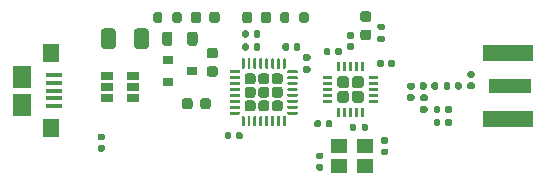
<source format=gbr>
%TF.GenerationSoftware,KiCad,Pcbnew,(5.1.9)-1*%
%TF.CreationDate,2021-11-01T00:10:38+05:30*%
%TF.ProjectId,STM32-nRF24,53544d33-322d-46e5-9246-32342e6b6963,Rev. A*%
%TF.SameCoordinates,Original*%
%TF.FileFunction,Paste,Top*%
%TF.FilePolarity,Positive*%
%FSLAX46Y46*%
G04 Gerber Fmt 4.6, Leading zero omitted, Abs format (unit mm)*
G04 Created by KiCad (PCBNEW (5.1.9)-1) date 2021-11-01 00:10:38*
%MOMM*%
%LPD*%
G01*
G04 APERTURE LIST*
%ADD10R,1.350000X0.400000*%
%ADD11R,1.400000X1.600000*%
%ADD12R,1.600000X1.900000*%
%ADD13R,3.600000X1.270000*%
%ADD14R,4.200000X1.350000*%
%ADD15R,0.900000X0.800000*%
%ADD16R,1.060000X0.650000*%
%ADD17R,1.400000X1.200000*%
G04 APERTURE END LIST*
%TO.C,C1*%
G36*
G01*
X100400000Y-159525000D02*
X99900000Y-159525000D01*
G75*
G02*
X99675000Y-159300000I0J225000D01*
G01*
X99675000Y-158850000D01*
G75*
G02*
X99900000Y-158625000I225000J0D01*
G01*
X100400000Y-158625000D01*
G75*
G02*
X100625000Y-158850000I0J-225000D01*
G01*
X100625000Y-159300000D01*
G75*
G02*
X100400000Y-159525000I-225000J0D01*
G01*
G37*
G36*
G01*
X100400000Y-157975000D02*
X99900000Y-157975000D01*
G75*
G02*
X99675000Y-157750000I0J225000D01*
G01*
X99675000Y-157300000D01*
G75*
G02*
X99900000Y-157075000I225000J0D01*
G01*
X100400000Y-157075000D01*
G75*
G02*
X100625000Y-157300000I0J-225000D01*
G01*
X100625000Y-157750000D01*
G75*
G02*
X100400000Y-157975000I-225000J0D01*
G01*
G37*
%TD*%
%TO.C,C2*%
G36*
G01*
X97575000Y-162050000D02*
X97575000Y-161550000D01*
G75*
G02*
X97800000Y-161325000I225000J0D01*
G01*
X98250000Y-161325000D01*
G75*
G02*
X98475000Y-161550000I0J-225000D01*
G01*
X98475000Y-162050000D01*
G75*
G02*
X98250000Y-162275000I-225000J0D01*
G01*
X97800000Y-162275000D01*
G75*
G02*
X97575000Y-162050000I0J225000D01*
G01*
G37*
G36*
G01*
X99125000Y-162050000D02*
X99125000Y-161550000D01*
G75*
G02*
X99350000Y-161325000I225000J0D01*
G01*
X99800000Y-161325000D01*
G75*
G02*
X100025000Y-161550000I0J-225000D01*
G01*
X100025000Y-162050000D01*
G75*
G02*
X99800000Y-162275000I-225000J0D01*
G01*
X99350000Y-162275000D01*
G75*
G02*
X99125000Y-162050000I0J225000D01*
G01*
G37*
%TD*%
%TO.C,C3*%
G36*
G01*
X90920000Y-164900000D02*
X90580000Y-164900000D01*
G75*
G02*
X90440000Y-164760000I0J140000D01*
G01*
X90440000Y-164480000D01*
G75*
G02*
X90580000Y-164340000I140000J0D01*
G01*
X90920000Y-164340000D01*
G75*
G02*
X91060000Y-164480000I0J-140000D01*
G01*
X91060000Y-164760000D01*
G75*
G02*
X90920000Y-164900000I-140000J0D01*
G01*
G37*
G36*
G01*
X90920000Y-165860000D02*
X90580000Y-165860000D01*
G75*
G02*
X90440000Y-165720000I0J140000D01*
G01*
X90440000Y-165440000D01*
G75*
G02*
X90580000Y-165300000I140000J0D01*
G01*
X90920000Y-165300000D01*
G75*
G02*
X91060000Y-165440000I0J-140000D01*
G01*
X91060000Y-165720000D01*
G75*
G02*
X90920000Y-165860000I-140000J0D01*
G01*
G37*
%TD*%
%TO.C,C4*%
G36*
G01*
X104210000Y-155730000D02*
X104210000Y-156070000D01*
G75*
G02*
X104070000Y-156210000I-140000J0D01*
G01*
X103790000Y-156210000D01*
G75*
G02*
X103650000Y-156070000I0J140000D01*
G01*
X103650000Y-155730000D01*
G75*
G02*
X103790000Y-155590000I140000J0D01*
G01*
X104070000Y-155590000D01*
G75*
G02*
X104210000Y-155730000I0J-140000D01*
G01*
G37*
G36*
G01*
X103250000Y-155730000D02*
X103250000Y-156070000D01*
G75*
G02*
X103110000Y-156210000I-140000J0D01*
G01*
X102830000Y-156210000D01*
G75*
G02*
X102690000Y-156070000I0J140000D01*
G01*
X102690000Y-155730000D01*
G75*
G02*
X102830000Y-155590000I140000J0D01*
G01*
X103110000Y-155590000D01*
G75*
G02*
X103250000Y-155730000I0J-140000D01*
G01*
G37*
%TD*%
%TO.C,C5*%
G36*
G01*
X107050000Y-157170000D02*
X107050000Y-156830000D01*
G75*
G02*
X107190000Y-156690000I140000J0D01*
G01*
X107470000Y-156690000D01*
G75*
G02*
X107610000Y-156830000I0J-140000D01*
G01*
X107610000Y-157170000D01*
G75*
G02*
X107470000Y-157310000I-140000J0D01*
G01*
X107190000Y-157310000D01*
G75*
G02*
X107050000Y-157170000I0J140000D01*
G01*
G37*
G36*
G01*
X106090000Y-157170000D02*
X106090000Y-156830000D01*
G75*
G02*
X106230000Y-156690000I140000J0D01*
G01*
X106510000Y-156690000D01*
G75*
G02*
X106650000Y-156830000I0J-140000D01*
G01*
X106650000Y-157170000D01*
G75*
G02*
X106510000Y-157310000I-140000J0D01*
G01*
X106230000Y-157310000D01*
G75*
G02*
X106090000Y-157170000I0J140000D01*
G01*
G37*
%TD*%
%TO.C,C6*%
G36*
G01*
X104210000Y-156830000D02*
X104210000Y-157170000D01*
G75*
G02*
X104070000Y-157310000I-140000J0D01*
G01*
X103790000Y-157310000D01*
G75*
G02*
X103650000Y-157170000I0J140000D01*
G01*
X103650000Y-156830000D01*
G75*
G02*
X103790000Y-156690000I140000J0D01*
G01*
X104070000Y-156690000D01*
G75*
G02*
X104210000Y-156830000I0J-140000D01*
G01*
G37*
G36*
G01*
X103250000Y-156830000D02*
X103250000Y-157170000D01*
G75*
G02*
X103110000Y-157310000I-140000J0D01*
G01*
X102830000Y-157310000D01*
G75*
G02*
X102690000Y-157170000I0J140000D01*
G01*
X102690000Y-156830000D01*
G75*
G02*
X102830000Y-156690000I140000J0D01*
G01*
X103110000Y-156690000D01*
G75*
G02*
X103250000Y-156830000I0J-140000D01*
G01*
G37*
%TD*%
%TO.C,C7*%
G36*
G01*
X101750000Y-164330000D02*
X101750000Y-164670000D01*
G75*
G02*
X101610000Y-164810000I-140000J0D01*
G01*
X101330000Y-164810000D01*
G75*
G02*
X101190000Y-164670000I0J140000D01*
G01*
X101190000Y-164330000D01*
G75*
G02*
X101330000Y-164190000I140000J0D01*
G01*
X101610000Y-164190000D01*
G75*
G02*
X101750000Y-164330000I0J-140000D01*
G01*
G37*
G36*
G01*
X102710000Y-164330000D02*
X102710000Y-164670000D01*
G75*
G02*
X102570000Y-164810000I-140000J0D01*
G01*
X102290000Y-164810000D01*
G75*
G02*
X102150000Y-164670000I0J140000D01*
G01*
X102150000Y-164330000D01*
G75*
G02*
X102290000Y-164190000I140000J0D01*
G01*
X102570000Y-164190000D01*
G75*
G02*
X102710000Y-164330000I0J-140000D01*
G01*
G37*
%TD*%
%TO.C,C8*%
G36*
G01*
X113400000Y-156425000D02*
X112900000Y-156425000D01*
G75*
G02*
X112675000Y-156200000I0J225000D01*
G01*
X112675000Y-155750000D01*
G75*
G02*
X112900000Y-155525000I225000J0D01*
G01*
X113400000Y-155525000D01*
G75*
G02*
X113625000Y-155750000I0J-225000D01*
G01*
X113625000Y-156200000D01*
G75*
G02*
X113400000Y-156425000I-225000J0D01*
G01*
G37*
G36*
G01*
X113400000Y-154875000D02*
X112900000Y-154875000D01*
G75*
G02*
X112675000Y-154650000I0J225000D01*
G01*
X112675000Y-154200000D01*
G75*
G02*
X112900000Y-153975000I225000J0D01*
G01*
X113400000Y-153975000D01*
G75*
G02*
X113625000Y-154200000I0J-225000D01*
G01*
X113625000Y-154650000D01*
G75*
G02*
X113400000Y-154875000I-225000J0D01*
G01*
G37*
%TD*%
%TO.C,C9*%
G36*
G01*
X112020000Y-157260000D02*
X111680000Y-157260000D01*
G75*
G02*
X111540000Y-157120000I0J140000D01*
G01*
X111540000Y-156840000D01*
G75*
G02*
X111680000Y-156700000I140000J0D01*
G01*
X112020000Y-156700000D01*
G75*
G02*
X112160000Y-156840000I0J-140000D01*
G01*
X112160000Y-157120000D01*
G75*
G02*
X112020000Y-157260000I-140000J0D01*
G01*
G37*
G36*
G01*
X112020000Y-156300000D02*
X111680000Y-156300000D01*
G75*
G02*
X111540000Y-156160000I0J140000D01*
G01*
X111540000Y-155880000D01*
G75*
G02*
X111680000Y-155740000I140000J0D01*
G01*
X112020000Y-155740000D01*
G75*
G02*
X112160000Y-155880000I0J-140000D01*
G01*
X112160000Y-156160000D01*
G75*
G02*
X112020000Y-156300000I-140000J0D01*
G01*
G37*
%TD*%
%TO.C,C10*%
G36*
G01*
X114090000Y-158570000D02*
X114090000Y-158230000D01*
G75*
G02*
X114230000Y-158090000I140000J0D01*
G01*
X114510000Y-158090000D01*
G75*
G02*
X114650000Y-158230000I0J-140000D01*
G01*
X114650000Y-158570000D01*
G75*
G02*
X114510000Y-158710000I-140000J0D01*
G01*
X114230000Y-158710000D01*
G75*
G02*
X114090000Y-158570000I0J140000D01*
G01*
G37*
G36*
G01*
X115050000Y-158570000D02*
X115050000Y-158230000D01*
G75*
G02*
X115190000Y-158090000I140000J0D01*
G01*
X115470000Y-158090000D01*
G75*
G02*
X115610000Y-158230000I0J-140000D01*
G01*
X115610000Y-158570000D01*
G75*
G02*
X115470000Y-158710000I-140000J0D01*
G01*
X115190000Y-158710000D01*
G75*
G02*
X115050000Y-158570000I0J140000D01*
G01*
G37*
%TD*%
%TO.C,C11*%
G36*
G01*
X109350000Y-163330000D02*
X109350000Y-163670000D01*
G75*
G02*
X109210000Y-163810000I-140000J0D01*
G01*
X108930000Y-163810000D01*
G75*
G02*
X108790000Y-163670000I0J140000D01*
G01*
X108790000Y-163330000D01*
G75*
G02*
X108930000Y-163190000I140000J0D01*
G01*
X109210000Y-163190000D01*
G75*
G02*
X109350000Y-163330000I0J-140000D01*
G01*
G37*
G36*
G01*
X110310000Y-163330000D02*
X110310000Y-163670000D01*
G75*
G02*
X110170000Y-163810000I-140000J0D01*
G01*
X109890000Y-163810000D01*
G75*
G02*
X109750000Y-163670000I0J140000D01*
G01*
X109750000Y-163330000D01*
G75*
G02*
X109890000Y-163190000I140000J0D01*
G01*
X110170000Y-163190000D01*
G75*
G02*
X110310000Y-163330000I0J-140000D01*
G01*
G37*
%TD*%
%TO.C,C12*%
G36*
G01*
X111110000Y-157230000D02*
X111110000Y-157570000D01*
G75*
G02*
X110970000Y-157710000I-140000J0D01*
G01*
X110690000Y-157710000D01*
G75*
G02*
X110550000Y-157570000I0J140000D01*
G01*
X110550000Y-157230000D01*
G75*
G02*
X110690000Y-157090000I140000J0D01*
G01*
X110970000Y-157090000D01*
G75*
G02*
X111110000Y-157230000I0J-140000D01*
G01*
G37*
G36*
G01*
X110150000Y-157230000D02*
X110150000Y-157570000D01*
G75*
G02*
X110010000Y-157710000I-140000J0D01*
G01*
X109730000Y-157710000D01*
G75*
G02*
X109590000Y-157570000I0J140000D01*
G01*
X109590000Y-157230000D01*
G75*
G02*
X109730000Y-157090000I140000J0D01*
G01*
X110010000Y-157090000D01*
G75*
G02*
X110150000Y-157230000I0J-140000D01*
G01*
G37*
%TD*%
%TO.C,C13*%
G36*
G01*
X114580000Y-165600000D02*
X114920000Y-165600000D01*
G75*
G02*
X115060000Y-165740000I0J-140000D01*
G01*
X115060000Y-166020000D01*
G75*
G02*
X114920000Y-166160000I-140000J0D01*
G01*
X114580000Y-166160000D01*
G75*
G02*
X114440000Y-166020000I0J140000D01*
G01*
X114440000Y-165740000D01*
G75*
G02*
X114580000Y-165600000I140000J0D01*
G01*
G37*
G36*
G01*
X114580000Y-164640000D02*
X114920000Y-164640000D01*
G75*
G02*
X115060000Y-164780000I0J-140000D01*
G01*
X115060000Y-165060000D01*
G75*
G02*
X114920000Y-165200000I-140000J0D01*
G01*
X114580000Y-165200000D01*
G75*
G02*
X114440000Y-165060000I0J140000D01*
G01*
X114440000Y-164780000D01*
G75*
G02*
X114580000Y-164640000I140000J0D01*
G01*
G37*
%TD*%
%TO.C,C14*%
G36*
G01*
X109420000Y-167460000D02*
X109080000Y-167460000D01*
G75*
G02*
X108940000Y-167320000I0J140000D01*
G01*
X108940000Y-167040000D01*
G75*
G02*
X109080000Y-166900000I140000J0D01*
G01*
X109420000Y-166900000D01*
G75*
G02*
X109560000Y-167040000I0J-140000D01*
G01*
X109560000Y-167320000D01*
G75*
G02*
X109420000Y-167460000I-140000J0D01*
G01*
G37*
G36*
G01*
X109420000Y-166500000D02*
X109080000Y-166500000D01*
G75*
G02*
X108940000Y-166360000I0J140000D01*
G01*
X108940000Y-166080000D01*
G75*
G02*
X109080000Y-165940000I140000J0D01*
G01*
X109420000Y-165940000D01*
G75*
G02*
X109560000Y-166080000I0J-140000D01*
G01*
X109560000Y-166360000D01*
G75*
G02*
X109420000Y-166500000I-140000J0D01*
G01*
G37*
%TD*%
%TO.C,C15*%
G36*
G01*
X120300000Y-160130000D02*
X120300000Y-160470000D01*
G75*
G02*
X120160000Y-160610000I-140000J0D01*
G01*
X119880000Y-160610000D01*
G75*
G02*
X119740000Y-160470000I0J140000D01*
G01*
X119740000Y-160130000D01*
G75*
G02*
X119880000Y-159990000I140000J0D01*
G01*
X120160000Y-159990000D01*
G75*
G02*
X120300000Y-160130000I0J-140000D01*
G01*
G37*
G36*
G01*
X121260000Y-160130000D02*
X121260000Y-160470000D01*
G75*
G02*
X121120000Y-160610000I-140000J0D01*
G01*
X120840000Y-160610000D01*
G75*
G02*
X120700000Y-160470000I0J140000D01*
G01*
X120700000Y-160130000D01*
G75*
G02*
X120840000Y-159990000I140000J0D01*
G01*
X121120000Y-159990000D01*
G75*
G02*
X121260000Y-160130000I0J-140000D01*
G01*
G37*
%TD*%
%TO.C,C16*%
G36*
G01*
X121880000Y-159040000D02*
X122220000Y-159040000D01*
G75*
G02*
X122360000Y-159180000I0J-140000D01*
G01*
X122360000Y-159460000D01*
G75*
G02*
X122220000Y-159600000I-140000J0D01*
G01*
X121880000Y-159600000D01*
G75*
G02*
X121740000Y-159460000I0J140000D01*
G01*
X121740000Y-159180000D01*
G75*
G02*
X121880000Y-159040000I140000J0D01*
G01*
G37*
G36*
G01*
X121880000Y-160000000D02*
X122220000Y-160000000D01*
G75*
G02*
X122360000Y-160140000I0J-140000D01*
G01*
X122360000Y-160420000D01*
G75*
G02*
X122220000Y-160560000I-140000J0D01*
G01*
X121880000Y-160560000D01*
G75*
G02*
X121740000Y-160420000I0J140000D01*
G01*
X121740000Y-160140000D01*
G75*
G02*
X121880000Y-160000000I140000J0D01*
G01*
G37*
%TD*%
%TO.C,C17*%
G36*
G01*
X120410000Y-163230000D02*
X120410000Y-163570000D01*
G75*
G02*
X120270000Y-163710000I-140000J0D01*
G01*
X119990000Y-163710000D01*
G75*
G02*
X119850000Y-163570000I0J140000D01*
G01*
X119850000Y-163230000D01*
G75*
G02*
X119990000Y-163090000I140000J0D01*
G01*
X120270000Y-163090000D01*
G75*
G02*
X120410000Y-163230000I0J-140000D01*
G01*
G37*
G36*
G01*
X119450000Y-163230000D02*
X119450000Y-163570000D01*
G75*
G02*
X119310000Y-163710000I-140000J0D01*
G01*
X119030000Y-163710000D01*
G75*
G02*
X118890000Y-163570000I0J140000D01*
G01*
X118890000Y-163230000D01*
G75*
G02*
X119030000Y-163090000I140000J0D01*
G01*
X119310000Y-163090000D01*
G75*
G02*
X119450000Y-163230000I0J-140000D01*
G01*
G37*
%TD*%
%TO.C,C18*%
G36*
G01*
X119450000Y-162130000D02*
X119450000Y-162470000D01*
G75*
G02*
X119310000Y-162610000I-140000J0D01*
G01*
X119030000Y-162610000D01*
G75*
G02*
X118890000Y-162470000I0J140000D01*
G01*
X118890000Y-162130000D01*
G75*
G02*
X119030000Y-161990000I140000J0D01*
G01*
X119310000Y-161990000D01*
G75*
G02*
X119450000Y-162130000I0J-140000D01*
G01*
G37*
G36*
G01*
X120410000Y-162130000D02*
X120410000Y-162470000D01*
G75*
G02*
X120270000Y-162610000I-140000J0D01*
G01*
X119990000Y-162610000D01*
G75*
G02*
X119850000Y-162470000I0J140000D01*
G01*
X119850000Y-162130000D01*
G75*
G02*
X119990000Y-161990000I140000J0D01*
G01*
X120270000Y-161990000D01*
G75*
G02*
X120410000Y-162130000I0J-140000D01*
G01*
G37*
%TD*%
%TO.C,D1*%
G36*
G01*
X98325000Y-154756250D02*
X98325000Y-154243750D01*
G75*
G02*
X98543750Y-154025000I218750J0D01*
G01*
X98981250Y-154025000D01*
G75*
G02*
X99200000Y-154243750I0J-218750D01*
G01*
X99200000Y-154756250D01*
G75*
G02*
X98981250Y-154975000I-218750J0D01*
G01*
X98543750Y-154975000D01*
G75*
G02*
X98325000Y-154756250I0J218750D01*
G01*
G37*
G36*
G01*
X99900000Y-154756250D02*
X99900000Y-154243750D01*
G75*
G02*
X100118750Y-154025000I218750J0D01*
G01*
X100556250Y-154025000D01*
G75*
G02*
X100775000Y-154243750I0J-218750D01*
G01*
X100775000Y-154756250D01*
G75*
G02*
X100556250Y-154975000I-218750J0D01*
G01*
X100118750Y-154975000D01*
G75*
G02*
X99900000Y-154756250I0J218750D01*
G01*
G37*
%TD*%
%TO.C,D2*%
G36*
G01*
X103550000Y-154243750D02*
X103550000Y-154756250D01*
G75*
G02*
X103331250Y-154975000I-218750J0D01*
G01*
X102893750Y-154975000D01*
G75*
G02*
X102675000Y-154756250I0J218750D01*
G01*
X102675000Y-154243750D01*
G75*
G02*
X102893750Y-154025000I218750J0D01*
G01*
X103331250Y-154025000D01*
G75*
G02*
X103550000Y-154243750I0J-218750D01*
G01*
G37*
G36*
G01*
X105125000Y-154243750D02*
X105125000Y-154756250D01*
G75*
G02*
X104906250Y-154975000I-218750J0D01*
G01*
X104468750Y-154975000D01*
G75*
G02*
X104250000Y-154756250I0J218750D01*
G01*
X104250000Y-154243750D01*
G75*
G02*
X104468750Y-154025000I218750J0D01*
G01*
X104906250Y-154025000D01*
G75*
G02*
X105125000Y-154243750I0J-218750D01*
G01*
G37*
%TD*%
%TO.C,F1*%
G36*
G01*
X94775000Y-155675000D02*
X94775000Y-156925000D01*
G75*
G02*
X94525000Y-157175000I-250000J0D01*
G01*
X93775000Y-157175000D01*
G75*
G02*
X93525000Y-156925000I0J250000D01*
G01*
X93525000Y-155675000D01*
G75*
G02*
X93775000Y-155425000I250000J0D01*
G01*
X94525000Y-155425000D01*
G75*
G02*
X94775000Y-155675000I0J-250000D01*
G01*
G37*
G36*
G01*
X91975000Y-155675000D02*
X91975000Y-156925000D01*
G75*
G02*
X91725000Y-157175000I-250000J0D01*
G01*
X90975000Y-157175000D01*
G75*
G02*
X90725000Y-156925000I0J250000D01*
G01*
X90725000Y-155675000D01*
G75*
G02*
X90975000Y-155425000I250000J0D01*
G01*
X91725000Y-155425000D01*
G75*
G02*
X91975000Y-155675000I0J-250000D01*
G01*
G37*
%TD*%
%TO.C,FB1*%
G36*
G01*
X98900000Y-155918750D02*
X98900000Y-156681250D01*
G75*
G02*
X98681250Y-156900000I-218750J0D01*
G01*
X98243750Y-156900000D01*
G75*
G02*
X98025000Y-156681250I0J218750D01*
G01*
X98025000Y-155918750D01*
G75*
G02*
X98243750Y-155700000I218750J0D01*
G01*
X98681250Y-155700000D01*
G75*
G02*
X98900000Y-155918750I0J-218750D01*
G01*
G37*
G36*
G01*
X96775000Y-155918750D02*
X96775000Y-156681250D01*
G75*
G02*
X96556250Y-156900000I-218750J0D01*
G01*
X96118750Y-156900000D01*
G75*
G02*
X95900000Y-156681250I0J218750D01*
G01*
X95900000Y-155918750D01*
G75*
G02*
X96118750Y-155700000I218750J0D01*
G01*
X96556250Y-155700000D01*
G75*
G02*
X96775000Y-155918750I0J-218750D01*
G01*
G37*
%TD*%
D10*
%TO.C,J1*%
X86750000Y-159400000D03*
X86750000Y-160050000D03*
X86750000Y-160700000D03*
X86750000Y-161350000D03*
X86750000Y-162000000D03*
D11*
X86525000Y-157500000D03*
D12*
X84075000Y-159500000D03*
X84075000Y-161900000D03*
D11*
X86525000Y-163900000D03*
%TD*%
D13*
%TO.C,J2*%
X125350000Y-160300000D03*
D14*
X125150000Y-157475000D03*
X125150000Y-163125000D03*
%TD*%
%TO.C,L1*%
G36*
G01*
X117705000Y-160472500D02*
X117705000Y-160127500D01*
G75*
G02*
X117852500Y-159980000I147500J0D01*
G01*
X118147500Y-159980000D01*
G75*
G02*
X118295000Y-160127500I0J-147500D01*
G01*
X118295000Y-160472500D01*
G75*
G02*
X118147500Y-160620000I-147500J0D01*
G01*
X117852500Y-160620000D01*
G75*
G02*
X117705000Y-160472500I0J147500D01*
G01*
G37*
G36*
G01*
X118675000Y-160472500D02*
X118675000Y-160127500D01*
G75*
G02*
X118822500Y-159980000I147500J0D01*
G01*
X119117500Y-159980000D01*
G75*
G02*
X119265000Y-160127500I0J-147500D01*
G01*
X119265000Y-160472500D01*
G75*
G02*
X119117500Y-160620000I-147500J0D01*
G01*
X118822500Y-160620000D01*
G75*
G02*
X118675000Y-160472500I0J147500D01*
G01*
G37*
%TD*%
%TO.C,L2*%
G36*
G01*
X116777500Y-160990000D02*
X117122500Y-160990000D01*
G75*
G02*
X117270000Y-161137500I0J-147500D01*
G01*
X117270000Y-161432500D01*
G75*
G02*
X117122500Y-161580000I-147500J0D01*
G01*
X116777500Y-161580000D01*
G75*
G02*
X116630000Y-161432500I0J147500D01*
G01*
X116630000Y-161137500D01*
G75*
G02*
X116777500Y-160990000I147500J0D01*
G01*
G37*
G36*
G01*
X116777500Y-160020000D02*
X117122500Y-160020000D01*
G75*
G02*
X117270000Y-160167500I0J-147500D01*
G01*
X117270000Y-160462500D01*
G75*
G02*
X117122500Y-160610000I-147500J0D01*
G01*
X116777500Y-160610000D01*
G75*
G02*
X116630000Y-160462500I0J147500D01*
G01*
X116630000Y-160167500D01*
G75*
G02*
X116777500Y-160020000I147500J0D01*
G01*
G37*
%TD*%
%TO.C,L3*%
G36*
G01*
X118222500Y-162580000D02*
X117877500Y-162580000D01*
G75*
G02*
X117730000Y-162432500I0J147500D01*
G01*
X117730000Y-162137500D01*
G75*
G02*
X117877500Y-161990000I147500J0D01*
G01*
X118222500Y-161990000D01*
G75*
G02*
X118370000Y-162137500I0J-147500D01*
G01*
X118370000Y-162432500D01*
G75*
G02*
X118222500Y-162580000I-147500J0D01*
G01*
G37*
G36*
G01*
X118222500Y-161610000D02*
X117877500Y-161610000D01*
G75*
G02*
X117730000Y-161462500I0J147500D01*
G01*
X117730000Y-161167500D01*
G75*
G02*
X117877500Y-161020000I147500J0D01*
G01*
X118222500Y-161020000D01*
G75*
G02*
X118370000Y-161167500I0J-147500D01*
G01*
X118370000Y-161462500D01*
G75*
G02*
X118222500Y-161610000I-147500J0D01*
G01*
G37*
%TD*%
%TO.C,R1*%
G36*
G01*
X108335000Y-158160000D02*
X107965000Y-158160000D01*
G75*
G02*
X107830000Y-158025000I0J135000D01*
G01*
X107830000Y-157755000D01*
G75*
G02*
X107965000Y-157620000I135000J0D01*
G01*
X108335000Y-157620000D01*
G75*
G02*
X108470000Y-157755000I0J-135000D01*
G01*
X108470000Y-158025000D01*
G75*
G02*
X108335000Y-158160000I-135000J0D01*
G01*
G37*
G36*
G01*
X108335000Y-159180000D02*
X107965000Y-159180000D01*
G75*
G02*
X107830000Y-159045000I0J135000D01*
G01*
X107830000Y-158775000D01*
G75*
G02*
X107965000Y-158640000I135000J0D01*
G01*
X108335000Y-158640000D01*
G75*
G02*
X108470000Y-158775000I0J-135000D01*
G01*
X108470000Y-159045000D01*
G75*
G02*
X108335000Y-159180000I-135000J0D01*
G01*
G37*
%TD*%
%TO.C,R2*%
G36*
G01*
X97575000Y-154225000D02*
X97575000Y-154775000D01*
G75*
G02*
X97375000Y-154975000I-200000J0D01*
G01*
X96975000Y-154975000D01*
G75*
G02*
X96775000Y-154775000I0J200000D01*
G01*
X96775000Y-154225000D01*
G75*
G02*
X96975000Y-154025000I200000J0D01*
G01*
X97375000Y-154025000D01*
G75*
G02*
X97575000Y-154225000I0J-200000D01*
G01*
G37*
G36*
G01*
X95925000Y-154225000D02*
X95925000Y-154775000D01*
G75*
G02*
X95725000Y-154975000I-200000J0D01*
G01*
X95325000Y-154975000D01*
G75*
G02*
X95125000Y-154775000I0J200000D01*
G01*
X95125000Y-154225000D01*
G75*
G02*
X95325000Y-154025000I200000J0D01*
G01*
X95725000Y-154025000D01*
G75*
G02*
X95925000Y-154225000I0J-200000D01*
G01*
G37*
%TD*%
%TO.C,R3*%
G36*
G01*
X107525000Y-154775000D02*
X107525000Y-154225000D01*
G75*
G02*
X107725000Y-154025000I200000J0D01*
G01*
X108125000Y-154025000D01*
G75*
G02*
X108325000Y-154225000I0J-200000D01*
G01*
X108325000Y-154775000D01*
G75*
G02*
X108125000Y-154975000I-200000J0D01*
G01*
X107725000Y-154975000D01*
G75*
G02*
X107525000Y-154775000I0J200000D01*
G01*
G37*
G36*
G01*
X105875000Y-154775000D02*
X105875000Y-154225000D01*
G75*
G02*
X106075000Y-154025000I200000J0D01*
G01*
X106475000Y-154025000D01*
G75*
G02*
X106675000Y-154225000I0J-200000D01*
G01*
X106675000Y-154775000D01*
G75*
G02*
X106475000Y-154975000I-200000J0D01*
G01*
X106075000Y-154975000D01*
G75*
G02*
X105875000Y-154775000I0J200000D01*
G01*
G37*
%TD*%
%TO.C,R4*%
G36*
G01*
X114635000Y-156580000D02*
X114265000Y-156580000D01*
G75*
G02*
X114130000Y-156445000I0J135000D01*
G01*
X114130000Y-156175000D01*
G75*
G02*
X114265000Y-156040000I135000J0D01*
G01*
X114635000Y-156040000D01*
G75*
G02*
X114770000Y-156175000I0J-135000D01*
G01*
X114770000Y-156445000D01*
G75*
G02*
X114635000Y-156580000I-135000J0D01*
G01*
G37*
G36*
G01*
X114635000Y-155560000D02*
X114265000Y-155560000D01*
G75*
G02*
X114130000Y-155425000I0J135000D01*
G01*
X114130000Y-155155000D01*
G75*
G02*
X114265000Y-155020000I135000J0D01*
G01*
X114635000Y-155020000D01*
G75*
G02*
X114770000Y-155155000I0J-135000D01*
G01*
X114770000Y-155425000D01*
G75*
G02*
X114635000Y-155560000I-135000J0D01*
G01*
G37*
%TD*%
%TO.C,R5*%
G36*
G01*
X111770000Y-163985000D02*
X111770000Y-163615000D01*
G75*
G02*
X111905000Y-163480000I135000J0D01*
G01*
X112175000Y-163480000D01*
G75*
G02*
X112310000Y-163615000I0J-135000D01*
G01*
X112310000Y-163985000D01*
G75*
G02*
X112175000Y-164120000I-135000J0D01*
G01*
X111905000Y-164120000D01*
G75*
G02*
X111770000Y-163985000I0J135000D01*
G01*
G37*
G36*
G01*
X112790000Y-163985000D02*
X112790000Y-163615000D01*
G75*
G02*
X112925000Y-163480000I135000J0D01*
G01*
X113195000Y-163480000D01*
G75*
G02*
X113330000Y-163615000I0J-135000D01*
G01*
X113330000Y-163985000D01*
G75*
G02*
X113195000Y-164120000I-135000J0D01*
G01*
X112925000Y-164120000D01*
G75*
G02*
X112790000Y-163985000I0J135000D01*
G01*
G37*
%TD*%
D15*
%TO.C,U1*%
X96400000Y-158100000D03*
X96400000Y-160000000D03*
X98400000Y-159050000D03*
%TD*%
D16*
%TO.C,U2*%
X93430000Y-161330000D03*
X93430000Y-160380000D03*
X93430000Y-159430000D03*
X91230000Y-159430000D03*
X91230000Y-161330000D03*
X91230000Y-160380000D03*
%TD*%
%TO.C,U3*%
G36*
G01*
X106192499Y-157970001D02*
X106317499Y-157970001D01*
G75*
G02*
X106379999Y-158032501I0J-62500D01*
G01*
X106379999Y-158782501D01*
G75*
G02*
X106317499Y-158845001I-62500J0D01*
G01*
X106192499Y-158845001D01*
G75*
G02*
X106129999Y-158782501I0J62500D01*
G01*
X106129999Y-158032501D01*
G75*
G02*
X106192499Y-157970001I62500J0D01*
G01*
G37*
G36*
G01*
X105692499Y-157970001D02*
X105817499Y-157970001D01*
G75*
G02*
X105879999Y-158032501I0J-62500D01*
G01*
X105879999Y-158782501D01*
G75*
G02*
X105817499Y-158845001I-62500J0D01*
G01*
X105692499Y-158845001D01*
G75*
G02*
X105629999Y-158782501I0J62500D01*
G01*
X105629999Y-158032501D01*
G75*
G02*
X105692499Y-157970001I62500J0D01*
G01*
G37*
G36*
G01*
X105192499Y-157970001D02*
X105317499Y-157970001D01*
G75*
G02*
X105379999Y-158032501I0J-62500D01*
G01*
X105379999Y-158782501D01*
G75*
G02*
X105317499Y-158845001I-62500J0D01*
G01*
X105192499Y-158845001D01*
G75*
G02*
X105129999Y-158782501I0J62500D01*
G01*
X105129999Y-158032501D01*
G75*
G02*
X105192499Y-157970001I62500J0D01*
G01*
G37*
G36*
G01*
X104692499Y-157970001D02*
X104817499Y-157970001D01*
G75*
G02*
X104879999Y-158032501I0J-62500D01*
G01*
X104879999Y-158782501D01*
G75*
G02*
X104817499Y-158845001I-62500J0D01*
G01*
X104692499Y-158845001D01*
G75*
G02*
X104629999Y-158782501I0J62500D01*
G01*
X104629999Y-158032501D01*
G75*
G02*
X104692499Y-157970001I62500J0D01*
G01*
G37*
G36*
G01*
X104192499Y-157970001D02*
X104317499Y-157970001D01*
G75*
G02*
X104379999Y-158032501I0J-62500D01*
G01*
X104379999Y-158782501D01*
G75*
G02*
X104317499Y-158845001I-62500J0D01*
G01*
X104192499Y-158845001D01*
G75*
G02*
X104129999Y-158782501I0J62500D01*
G01*
X104129999Y-158032501D01*
G75*
G02*
X104192499Y-157970001I62500J0D01*
G01*
G37*
G36*
G01*
X103692499Y-157970001D02*
X103817499Y-157970001D01*
G75*
G02*
X103879999Y-158032501I0J-62500D01*
G01*
X103879999Y-158782501D01*
G75*
G02*
X103817499Y-158845001I-62500J0D01*
G01*
X103692499Y-158845001D01*
G75*
G02*
X103629999Y-158782501I0J62500D01*
G01*
X103629999Y-158032501D01*
G75*
G02*
X103692499Y-157970001I62500J0D01*
G01*
G37*
G36*
G01*
X103192499Y-157970001D02*
X103317499Y-157970001D01*
G75*
G02*
X103379999Y-158032501I0J-62500D01*
G01*
X103379999Y-158782501D01*
G75*
G02*
X103317499Y-158845001I-62500J0D01*
G01*
X103192499Y-158845001D01*
G75*
G02*
X103129999Y-158782501I0J62500D01*
G01*
X103129999Y-158032501D01*
G75*
G02*
X103192499Y-157970001I62500J0D01*
G01*
G37*
G36*
G01*
X102692499Y-157970001D02*
X102817499Y-157970001D01*
G75*
G02*
X102879999Y-158032501I0J-62500D01*
G01*
X102879999Y-158782501D01*
G75*
G02*
X102817499Y-158845001I-62500J0D01*
G01*
X102692499Y-158845001D01*
G75*
G02*
X102629999Y-158782501I0J62500D01*
G01*
X102629999Y-158032501D01*
G75*
G02*
X102692499Y-157970001I62500J0D01*
G01*
G37*
G36*
G01*
X101692499Y-158970001D02*
X102442499Y-158970001D01*
G75*
G02*
X102504999Y-159032501I0J-62500D01*
G01*
X102504999Y-159157501D01*
G75*
G02*
X102442499Y-159220001I-62500J0D01*
G01*
X101692499Y-159220001D01*
G75*
G02*
X101629999Y-159157501I0J62500D01*
G01*
X101629999Y-159032501D01*
G75*
G02*
X101692499Y-158970001I62500J0D01*
G01*
G37*
G36*
G01*
X101692499Y-159470001D02*
X102442499Y-159470001D01*
G75*
G02*
X102504999Y-159532501I0J-62500D01*
G01*
X102504999Y-159657501D01*
G75*
G02*
X102442499Y-159720001I-62500J0D01*
G01*
X101692499Y-159720001D01*
G75*
G02*
X101629999Y-159657501I0J62500D01*
G01*
X101629999Y-159532501D01*
G75*
G02*
X101692499Y-159470001I62500J0D01*
G01*
G37*
G36*
G01*
X101692499Y-159970001D02*
X102442499Y-159970001D01*
G75*
G02*
X102504999Y-160032501I0J-62500D01*
G01*
X102504999Y-160157501D01*
G75*
G02*
X102442499Y-160220001I-62500J0D01*
G01*
X101692499Y-160220001D01*
G75*
G02*
X101629999Y-160157501I0J62500D01*
G01*
X101629999Y-160032501D01*
G75*
G02*
X101692499Y-159970001I62500J0D01*
G01*
G37*
G36*
G01*
X101692499Y-160470001D02*
X102442499Y-160470001D01*
G75*
G02*
X102504999Y-160532501I0J-62500D01*
G01*
X102504999Y-160657501D01*
G75*
G02*
X102442499Y-160720001I-62500J0D01*
G01*
X101692499Y-160720001D01*
G75*
G02*
X101629999Y-160657501I0J62500D01*
G01*
X101629999Y-160532501D01*
G75*
G02*
X101692499Y-160470001I62500J0D01*
G01*
G37*
G36*
G01*
X101692499Y-160970001D02*
X102442499Y-160970001D01*
G75*
G02*
X102504999Y-161032501I0J-62500D01*
G01*
X102504999Y-161157501D01*
G75*
G02*
X102442499Y-161220001I-62500J0D01*
G01*
X101692499Y-161220001D01*
G75*
G02*
X101629999Y-161157501I0J62500D01*
G01*
X101629999Y-161032501D01*
G75*
G02*
X101692499Y-160970001I62500J0D01*
G01*
G37*
G36*
G01*
X101692499Y-161470001D02*
X102442499Y-161470001D01*
G75*
G02*
X102504999Y-161532501I0J-62500D01*
G01*
X102504999Y-161657501D01*
G75*
G02*
X102442499Y-161720001I-62500J0D01*
G01*
X101692499Y-161720001D01*
G75*
G02*
X101629999Y-161657501I0J62500D01*
G01*
X101629999Y-161532501D01*
G75*
G02*
X101692499Y-161470001I62500J0D01*
G01*
G37*
G36*
G01*
X101692499Y-161970001D02*
X102442499Y-161970001D01*
G75*
G02*
X102504999Y-162032501I0J-62500D01*
G01*
X102504999Y-162157501D01*
G75*
G02*
X102442499Y-162220001I-62500J0D01*
G01*
X101692499Y-162220001D01*
G75*
G02*
X101629999Y-162157501I0J62500D01*
G01*
X101629999Y-162032501D01*
G75*
G02*
X101692499Y-161970001I62500J0D01*
G01*
G37*
G36*
G01*
X101692499Y-162470001D02*
X102442499Y-162470001D01*
G75*
G02*
X102504999Y-162532501I0J-62500D01*
G01*
X102504999Y-162657501D01*
G75*
G02*
X102442499Y-162720001I-62500J0D01*
G01*
X101692499Y-162720001D01*
G75*
G02*
X101629999Y-162657501I0J62500D01*
G01*
X101629999Y-162532501D01*
G75*
G02*
X101692499Y-162470001I62500J0D01*
G01*
G37*
G36*
G01*
X102692499Y-162845001D02*
X102817499Y-162845001D01*
G75*
G02*
X102879999Y-162907501I0J-62500D01*
G01*
X102879999Y-163657501D01*
G75*
G02*
X102817499Y-163720001I-62500J0D01*
G01*
X102692499Y-163720001D01*
G75*
G02*
X102629999Y-163657501I0J62500D01*
G01*
X102629999Y-162907501D01*
G75*
G02*
X102692499Y-162845001I62500J0D01*
G01*
G37*
G36*
G01*
X103192499Y-162845001D02*
X103317499Y-162845001D01*
G75*
G02*
X103379999Y-162907501I0J-62500D01*
G01*
X103379999Y-163657501D01*
G75*
G02*
X103317499Y-163720001I-62500J0D01*
G01*
X103192499Y-163720001D01*
G75*
G02*
X103129999Y-163657501I0J62500D01*
G01*
X103129999Y-162907501D01*
G75*
G02*
X103192499Y-162845001I62500J0D01*
G01*
G37*
G36*
G01*
X103692499Y-162845001D02*
X103817499Y-162845001D01*
G75*
G02*
X103879999Y-162907501I0J-62500D01*
G01*
X103879999Y-163657501D01*
G75*
G02*
X103817499Y-163720001I-62500J0D01*
G01*
X103692499Y-163720001D01*
G75*
G02*
X103629999Y-163657501I0J62500D01*
G01*
X103629999Y-162907501D01*
G75*
G02*
X103692499Y-162845001I62500J0D01*
G01*
G37*
G36*
G01*
X104192499Y-162845001D02*
X104317499Y-162845001D01*
G75*
G02*
X104379999Y-162907501I0J-62500D01*
G01*
X104379999Y-163657501D01*
G75*
G02*
X104317499Y-163720001I-62500J0D01*
G01*
X104192499Y-163720001D01*
G75*
G02*
X104129999Y-163657501I0J62500D01*
G01*
X104129999Y-162907501D01*
G75*
G02*
X104192499Y-162845001I62500J0D01*
G01*
G37*
G36*
G01*
X104692499Y-162845001D02*
X104817499Y-162845001D01*
G75*
G02*
X104879999Y-162907501I0J-62500D01*
G01*
X104879999Y-163657501D01*
G75*
G02*
X104817499Y-163720001I-62500J0D01*
G01*
X104692499Y-163720001D01*
G75*
G02*
X104629999Y-163657501I0J62500D01*
G01*
X104629999Y-162907501D01*
G75*
G02*
X104692499Y-162845001I62500J0D01*
G01*
G37*
G36*
G01*
X105192499Y-162845001D02*
X105317499Y-162845001D01*
G75*
G02*
X105379999Y-162907501I0J-62500D01*
G01*
X105379999Y-163657501D01*
G75*
G02*
X105317499Y-163720001I-62500J0D01*
G01*
X105192499Y-163720001D01*
G75*
G02*
X105129999Y-163657501I0J62500D01*
G01*
X105129999Y-162907501D01*
G75*
G02*
X105192499Y-162845001I62500J0D01*
G01*
G37*
G36*
G01*
X105692499Y-162845001D02*
X105817499Y-162845001D01*
G75*
G02*
X105879999Y-162907501I0J-62500D01*
G01*
X105879999Y-163657501D01*
G75*
G02*
X105817499Y-163720001I-62500J0D01*
G01*
X105692499Y-163720001D01*
G75*
G02*
X105629999Y-163657501I0J62500D01*
G01*
X105629999Y-162907501D01*
G75*
G02*
X105692499Y-162845001I62500J0D01*
G01*
G37*
G36*
G01*
X106192499Y-162845001D02*
X106317499Y-162845001D01*
G75*
G02*
X106379999Y-162907501I0J-62500D01*
G01*
X106379999Y-163657501D01*
G75*
G02*
X106317499Y-163720001I-62500J0D01*
G01*
X106192499Y-163720001D01*
G75*
G02*
X106129999Y-163657501I0J62500D01*
G01*
X106129999Y-162907501D01*
G75*
G02*
X106192499Y-162845001I62500J0D01*
G01*
G37*
G36*
G01*
X106567499Y-162470001D02*
X107317499Y-162470001D01*
G75*
G02*
X107379999Y-162532501I0J-62500D01*
G01*
X107379999Y-162657501D01*
G75*
G02*
X107317499Y-162720001I-62500J0D01*
G01*
X106567499Y-162720001D01*
G75*
G02*
X106504999Y-162657501I0J62500D01*
G01*
X106504999Y-162532501D01*
G75*
G02*
X106567499Y-162470001I62500J0D01*
G01*
G37*
G36*
G01*
X106567499Y-161970001D02*
X107317499Y-161970001D01*
G75*
G02*
X107379999Y-162032501I0J-62500D01*
G01*
X107379999Y-162157501D01*
G75*
G02*
X107317499Y-162220001I-62500J0D01*
G01*
X106567499Y-162220001D01*
G75*
G02*
X106504999Y-162157501I0J62500D01*
G01*
X106504999Y-162032501D01*
G75*
G02*
X106567499Y-161970001I62500J0D01*
G01*
G37*
G36*
G01*
X106567499Y-161470001D02*
X107317499Y-161470001D01*
G75*
G02*
X107379999Y-161532501I0J-62500D01*
G01*
X107379999Y-161657501D01*
G75*
G02*
X107317499Y-161720001I-62500J0D01*
G01*
X106567499Y-161720001D01*
G75*
G02*
X106504999Y-161657501I0J62500D01*
G01*
X106504999Y-161532501D01*
G75*
G02*
X106567499Y-161470001I62500J0D01*
G01*
G37*
G36*
G01*
X106567499Y-160970001D02*
X107317499Y-160970001D01*
G75*
G02*
X107379999Y-161032501I0J-62500D01*
G01*
X107379999Y-161157501D01*
G75*
G02*
X107317499Y-161220001I-62500J0D01*
G01*
X106567499Y-161220001D01*
G75*
G02*
X106504999Y-161157501I0J62500D01*
G01*
X106504999Y-161032501D01*
G75*
G02*
X106567499Y-160970001I62500J0D01*
G01*
G37*
G36*
G01*
X106567499Y-160470001D02*
X107317499Y-160470001D01*
G75*
G02*
X107379999Y-160532501I0J-62500D01*
G01*
X107379999Y-160657501D01*
G75*
G02*
X107317499Y-160720001I-62500J0D01*
G01*
X106567499Y-160720001D01*
G75*
G02*
X106504999Y-160657501I0J62500D01*
G01*
X106504999Y-160532501D01*
G75*
G02*
X106567499Y-160470001I62500J0D01*
G01*
G37*
G36*
G01*
X106567499Y-159970001D02*
X107317499Y-159970001D01*
G75*
G02*
X107379999Y-160032501I0J-62500D01*
G01*
X107379999Y-160157501D01*
G75*
G02*
X107317499Y-160220001I-62500J0D01*
G01*
X106567499Y-160220001D01*
G75*
G02*
X106504999Y-160157501I0J62500D01*
G01*
X106504999Y-160032501D01*
G75*
G02*
X106567499Y-159970001I62500J0D01*
G01*
G37*
G36*
G01*
X106567499Y-159470001D02*
X107317499Y-159470001D01*
G75*
G02*
X107379999Y-159532501I0J-62500D01*
G01*
X107379999Y-159657501D01*
G75*
G02*
X107317499Y-159720001I-62500J0D01*
G01*
X106567499Y-159720001D01*
G75*
G02*
X106504999Y-159657501I0J62500D01*
G01*
X106504999Y-159532501D01*
G75*
G02*
X106567499Y-159470001I62500J0D01*
G01*
G37*
G36*
G01*
X106567499Y-158970001D02*
X107317499Y-158970001D01*
G75*
G02*
X107379999Y-159032501I0J-62500D01*
G01*
X107379999Y-159157501D01*
G75*
G02*
X107317499Y-159220001I-62500J0D01*
G01*
X106567499Y-159220001D01*
G75*
G02*
X106504999Y-159157501I0J62500D01*
G01*
X106504999Y-159032501D01*
G75*
G02*
X106567499Y-158970001I62500J0D01*
G01*
G37*
G36*
G01*
X105422499Y-159230001D02*
X105887499Y-159230001D01*
G75*
G02*
X106119999Y-159462501I0J-232500D01*
G01*
X106119999Y-159927501D01*
G75*
G02*
X105887499Y-160160001I-232500J0D01*
G01*
X105422499Y-160160001D01*
G75*
G02*
X105189999Y-159927501I0J232500D01*
G01*
X105189999Y-159462501D01*
G75*
G02*
X105422499Y-159230001I232500J0D01*
G01*
G37*
G36*
G01*
X104272499Y-159230001D02*
X104737499Y-159230001D01*
G75*
G02*
X104969999Y-159462501I0J-232500D01*
G01*
X104969999Y-159927501D01*
G75*
G02*
X104737499Y-160160001I-232500J0D01*
G01*
X104272499Y-160160001D01*
G75*
G02*
X104039999Y-159927501I0J232500D01*
G01*
X104039999Y-159462501D01*
G75*
G02*
X104272499Y-159230001I232500J0D01*
G01*
G37*
G36*
G01*
X103122499Y-159230001D02*
X103587499Y-159230001D01*
G75*
G02*
X103819999Y-159462501I0J-232500D01*
G01*
X103819999Y-159927501D01*
G75*
G02*
X103587499Y-160160001I-232500J0D01*
G01*
X103122499Y-160160001D01*
G75*
G02*
X102889999Y-159927501I0J232500D01*
G01*
X102889999Y-159462501D01*
G75*
G02*
X103122499Y-159230001I232500J0D01*
G01*
G37*
G36*
G01*
X105422499Y-160380001D02*
X105887499Y-160380001D01*
G75*
G02*
X106119999Y-160612501I0J-232500D01*
G01*
X106119999Y-161077501D01*
G75*
G02*
X105887499Y-161310001I-232500J0D01*
G01*
X105422499Y-161310001D01*
G75*
G02*
X105189999Y-161077501I0J232500D01*
G01*
X105189999Y-160612501D01*
G75*
G02*
X105422499Y-160380001I232500J0D01*
G01*
G37*
G36*
G01*
X104272499Y-160380001D02*
X104737499Y-160380001D01*
G75*
G02*
X104969999Y-160612501I0J-232500D01*
G01*
X104969999Y-161077501D01*
G75*
G02*
X104737499Y-161310001I-232500J0D01*
G01*
X104272499Y-161310001D01*
G75*
G02*
X104039999Y-161077501I0J232500D01*
G01*
X104039999Y-160612501D01*
G75*
G02*
X104272499Y-160380001I232500J0D01*
G01*
G37*
G36*
G01*
X103122499Y-160380001D02*
X103587499Y-160380001D01*
G75*
G02*
X103819999Y-160612501I0J-232500D01*
G01*
X103819999Y-161077501D01*
G75*
G02*
X103587499Y-161310001I-232500J0D01*
G01*
X103122499Y-161310001D01*
G75*
G02*
X102889999Y-161077501I0J232500D01*
G01*
X102889999Y-160612501D01*
G75*
G02*
X103122499Y-160380001I232500J0D01*
G01*
G37*
G36*
G01*
X105422499Y-161530001D02*
X105887499Y-161530001D01*
G75*
G02*
X106119999Y-161762501I0J-232500D01*
G01*
X106119999Y-162227501D01*
G75*
G02*
X105887499Y-162460001I-232500J0D01*
G01*
X105422499Y-162460001D01*
G75*
G02*
X105189999Y-162227501I0J232500D01*
G01*
X105189999Y-161762501D01*
G75*
G02*
X105422499Y-161530001I232500J0D01*
G01*
G37*
G36*
G01*
X104272499Y-161530001D02*
X104737499Y-161530001D01*
G75*
G02*
X104969999Y-161762501I0J-232500D01*
G01*
X104969999Y-162227501D01*
G75*
G02*
X104737499Y-162460001I-232500J0D01*
G01*
X104272499Y-162460001D01*
G75*
G02*
X104039999Y-162227501I0J232500D01*
G01*
X104039999Y-161762501D01*
G75*
G02*
X104272499Y-161530001I232500J0D01*
G01*
G37*
G36*
G01*
X103122499Y-161530001D02*
X103587499Y-161530001D01*
G75*
G02*
X103819999Y-161762501I0J-232500D01*
G01*
X103819999Y-162227501D01*
G75*
G02*
X103587499Y-162460001I-232500J0D01*
G01*
X103122499Y-162460001D01*
G75*
G02*
X102889999Y-162227501I0J232500D01*
G01*
X102889999Y-161762501D01*
G75*
G02*
X103122499Y-161530001I232500J0D01*
G01*
G37*
%TD*%
%TO.C,U4*%
G36*
G01*
X109500000Y-159662500D02*
X109500000Y-159537500D01*
G75*
G02*
X109562500Y-159475000I62500J0D01*
G01*
X110262500Y-159475000D01*
G75*
G02*
X110325000Y-159537500I0J-62500D01*
G01*
X110325000Y-159662500D01*
G75*
G02*
X110262500Y-159725000I-62500J0D01*
G01*
X109562500Y-159725000D01*
G75*
G02*
X109500000Y-159662500I0J62500D01*
G01*
G37*
G36*
G01*
X109500000Y-160162500D02*
X109500000Y-160037500D01*
G75*
G02*
X109562500Y-159975000I62500J0D01*
G01*
X110262500Y-159975000D01*
G75*
G02*
X110325000Y-160037500I0J-62500D01*
G01*
X110325000Y-160162500D01*
G75*
G02*
X110262500Y-160225000I-62500J0D01*
G01*
X109562500Y-160225000D01*
G75*
G02*
X109500000Y-160162500I0J62500D01*
G01*
G37*
G36*
G01*
X109500000Y-160662500D02*
X109500000Y-160537500D01*
G75*
G02*
X109562500Y-160475000I62500J0D01*
G01*
X110262500Y-160475000D01*
G75*
G02*
X110325000Y-160537500I0J-62500D01*
G01*
X110325000Y-160662500D01*
G75*
G02*
X110262500Y-160725000I-62500J0D01*
G01*
X109562500Y-160725000D01*
G75*
G02*
X109500000Y-160662500I0J62500D01*
G01*
G37*
G36*
G01*
X109500000Y-161162500D02*
X109500000Y-161037500D01*
G75*
G02*
X109562500Y-160975000I62500J0D01*
G01*
X110262500Y-160975000D01*
G75*
G02*
X110325000Y-161037500I0J-62500D01*
G01*
X110325000Y-161162500D01*
G75*
G02*
X110262500Y-161225000I-62500J0D01*
G01*
X109562500Y-161225000D01*
G75*
G02*
X109500000Y-161162500I0J62500D01*
G01*
G37*
G36*
G01*
X109500000Y-161662500D02*
X109500000Y-161537500D01*
G75*
G02*
X109562500Y-161475000I62500J0D01*
G01*
X110262500Y-161475000D01*
G75*
G02*
X110325000Y-161537500I0J-62500D01*
G01*
X110325000Y-161662500D01*
G75*
G02*
X110262500Y-161725000I-62500J0D01*
G01*
X109562500Y-161725000D01*
G75*
G02*
X109500000Y-161662500I0J62500D01*
G01*
G37*
G36*
G01*
X110725000Y-162887500D02*
X110725000Y-162187500D01*
G75*
G02*
X110787500Y-162125000I62500J0D01*
G01*
X110912500Y-162125000D01*
G75*
G02*
X110975000Y-162187500I0J-62500D01*
G01*
X110975000Y-162887500D01*
G75*
G02*
X110912500Y-162950000I-62500J0D01*
G01*
X110787500Y-162950000D01*
G75*
G02*
X110725000Y-162887500I0J62500D01*
G01*
G37*
G36*
G01*
X111225000Y-162887500D02*
X111225000Y-162187500D01*
G75*
G02*
X111287500Y-162125000I62500J0D01*
G01*
X111412500Y-162125000D01*
G75*
G02*
X111475000Y-162187500I0J-62500D01*
G01*
X111475000Y-162887500D01*
G75*
G02*
X111412500Y-162950000I-62500J0D01*
G01*
X111287500Y-162950000D01*
G75*
G02*
X111225000Y-162887500I0J62500D01*
G01*
G37*
G36*
G01*
X111725000Y-162887500D02*
X111725000Y-162187500D01*
G75*
G02*
X111787500Y-162125000I62500J0D01*
G01*
X111912500Y-162125000D01*
G75*
G02*
X111975000Y-162187500I0J-62500D01*
G01*
X111975000Y-162887500D01*
G75*
G02*
X111912500Y-162950000I-62500J0D01*
G01*
X111787500Y-162950000D01*
G75*
G02*
X111725000Y-162887500I0J62500D01*
G01*
G37*
G36*
G01*
X112225000Y-162887500D02*
X112225000Y-162187500D01*
G75*
G02*
X112287500Y-162125000I62500J0D01*
G01*
X112412500Y-162125000D01*
G75*
G02*
X112475000Y-162187500I0J-62500D01*
G01*
X112475000Y-162887500D01*
G75*
G02*
X112412500Y-162950000I-62500J0D01*
G01*
X112287500Y-162950000D01*
G75*
G02*
X112225000Y-162887500I0J62500D01*
G01*
G37*
G36*
G01*
X112725000Y-162887500D02*
X112725000Y-162187500D01*
G75*
G02*
X112787500Y-162125000I62500J0D01*
G01*
X112912500Y-162125000D01*
G75*
G02*
X112975000Y-162187500I0J-62500D01*
G01*
X112975000Y-162887500D01*
G75*
G02*
X112912500Y-162950000I-62500J0D01*
G01*
X112787500Y-162950000D01*
G75*
G02*
X112725000Y-162887500I0J62500D01*
G01*
G37*
G36*
G01*
X113375000Y-161662500D02*
X113375000Y-161537500D01*
G75*
G02*
X113437500Y-161475000I62500J0D01*
G01*
X114137500Y-161475000D01*
G75*
G02*
X114200000Y-161537500I0J-62500D01*
G01*
X114200000Y-161662500D01*
G75*
G02*
X114137500Y-161725000I-62500J0D01*
G01*
X113437500Y-161725000D01*
G75*
G02*
X113375000Y-161662500I0J62500D01*
G01*
G37*
G36*
G01*
X113375000Y-161162500D02*
X113375000Y-161037500D01*
G75*
G02*
X113437500Y-160975000I62500J0D01*
G01*
X114137500Y-160975000D01*
G75*
G02*
X114200000Y-161037500I0J-62500D01*
G01*
X114200000Y-161162500D01*
G75*
G02*
X114137500Y-161225000I-62500J0D01*
G01*
X113437500Y-161225000D01*
G75*
G02*
X113375000Y-161162500I0J62500D01*
G01*
G37*
G36*
G01*
X113375000Y-160662500D02*
X113375000Y-160537500D01*
G75*
G02*
X113437500Y-160475000I62500J0D01*
G01*
X114137500Y-160475000D01*
G75*
G02*
X114200000Y-160537500I0J-62500D01*
G01*
X114200000Y-160662500D01*
G75*
G02*
X114137500Y-160725000I-62500J0D01*
G01*
X113437500Y-160725000D01*
G75*
G02*
X113375000Y-160662500I0J62500D01*
G01*
G37*
G36*
G01*
X113375000Y-160162500D02*
X113375000Y-160037500D01*
G75*
G02*
X113437500Y-159975000I62500J0D01*
G01*
X114137500Y-159975000D01*
G75*
G02*
X114200000Y-160037500I0J-62500D01*
G01*
X114200000Y-160162500D01*
G75*
G02*
X114137500Y-160225000I-62500J0D01*
G01*
X113437500Y-160225000D01*
G75*
G02*
X113375000Y-160162500I0J62500D01*
G01*
G37*
G36*
G01*
X113375000Y-159662500D02*
X113375000Y-159537500D01*
G75*
G02*
X113437500Y-159475000I62500J0D01*
G01*
X114137500Y-159475000D01*
G75*
G02*
X114200000Y-159537500I0J-62500D01*
G01*
X114200000Y-159662500D01*
G75*
G02*
X114137500Y-159725000I-62500J0D01*
G01*
X113437500Y-159725000D01*
G75*
G02*
X113375000Y-159662500I0J62500D01*
G01*
G37*
G36*
G01*
X112725000Y-159012500D02*
X112725000Y-158312500D01*
G75*
G02*
X112787500Y-158250000I62500J0D01*
G01*
X112912500Y-158250000D01*
G75*
G02*
X112975000Y-158312500I0J-62500D01*
G01*
X112975000Y-159012500D01*
G75*
G02*
X112912500Y-159075000I-62500J0D01*
G01*
X112787500Y-159075000D01*
G75*
G02*
X112725000Y-159012500I0J62500D01*
G01*
G37*
G36*
G01*
X112225000Y-159012500D02*
X112225000Y-158312500D01*
G75*
G02*
X112287500Y-158250000I62500J0D01*
G01*
X112412500Y-158250000D01*
G75*
G02*
X112475000Y-158312500I0J-62500D01*
G01*
X112475000Y-159012500D01*
G75*
G02*
X112412500Y-159075000I-62500J0D01*
G01*
X112287500Y-159075000D01*
G75*
G02*
X112225000Y-159012500I0J62500D01*
G01*
G37*
G36*
G01*
X111725000Y-159012500D02*
X111725000Y-158312500D01*
G75*
G02*
X111787500Y-158250000I62500J0D01*
G01*
X111912500Y-158250000D01*
G75*
G02*
X111975000Y-158312500I0J-62500D01*
G01*
X111975000Y-159012500D01*
G75*
G02*
X111912500Y-159075000I-62500J0D01*
G01*
X111787500Y-159075000D01*
G75*
G02*
X111725000Y-159012500I0J62500D01*
G01*
G37*
G36*
G01*
X111225000Y-159012500D02*
X111225000Y-158312500D01*
G75*
G02*
X111287500Y-158250000I62500J0D01*
G01*
X111412500Y-158250000D01*
G75*
G02*
X111475000Y-158312500I0J-62500D01*
G01*
X111475000Y-159012500D01*
G75*
G02*
X111412500Y-159075000I-62500J0D01*
G01*
X111287500Y-159075000D01*
G75*
G02*
X111225000Y-159012500I0J62500D01*
G01*
G37*
G36*
G01*
X110725000Y-159012500D02*
X110725000Y-158312500D01*
G75*
G02*
X110787500Y-158250000I62500J0D01*
G01*
X110912500Y-158250000D01*
G75*
G02*
X110975000Y-158312500I0J-62500D01*
G01*
X110975000Y-159012500D01*
G75*
G02*
X110912500Y-159075000I-62500J0D01*
G01*
X110787500Y-159075000D01*
G75*
G02*
X110725000Y-159012500I0J62500D01*
G01*
G37*
G36*
G01*
X110720000Y-160230000D02*
X110720000Y-159720000D01*
G75*
G02*
X110970000Y-159470000I250000J0D01*
G01*
X111480000Y-159470000D01*
G75*
G02*
X111730000Y-159720000I0J-250000D01*
G01*
X111730000Y-160230000D01*
G75*
G02*
X111480000Y-160480000I-250000J0D01*
G01*
X110970000Y-160480000D01*
G75*
G02*
X110720000Y-160230000I0J250000D01*
G01*
G37*
G36*
G01*
X110720000Y-161480000D02*
X110720000Y-160970000D01*
G75*
G02*
X110970000Y-160720000I250000J0D01*
G01*
X111480000Y-160720000D01*
G75*
G02*
X111730000Y-160970000I0J-250000D01*
G01*
X111730000Y-161480000D01*
G75*
G02*
X111480000Y-161730000I-250000J0D01*
G01*
X110970000Y-161730000D01*
G75*
G02*
X110720000Y-161480000I0J250000D01*
G01*
G37*
G36*
G01*
X111970000Y-160230000D02*
X111970000Y-159720000D01*
G75*
G02*
X112220000Y-159470000I250000J0D01*
G01*
X112730000Y-159470000D01*
G75*
G02*
X112980000Y-159720000I0J-250000D01*
G01*
X112980000Y-160230000D01*
G75*
G02*
X112730000Y-160480000I-250000J0D01*
G01*
X112220000Y-160480000D01*
G75*
G02*
X111970000Y-160230000I0J250000D01*
G01*
G37*
G36*
G01*
X111970000Y-161480000D02*
X111970000Y-160970000D01*
G75*
G02*
X112220000Y-160720000I250000J0D01*
G01*
X112730000Y-160720000D01*
G75*
G02*
X112980000Y-160970000I0J-250000D01*
G01*
X112980000Y-161480000D01*
G75*
G02*
X112730000Y-161730000I-250000J0D01*
G01*
X112220000Y-161730000D01*
G75*
G02*
X111970000Y-161480000I0J250000D01*
G01*
G37*
%TD*%
D17*
%TO.C,Y1*%
X113100000Y-165350000D03*
X110900000Y-165350000D03*
X110900000Y-167050000D03*
X113100000Y-167050000D03*
%TD*%
M02*

</source>
